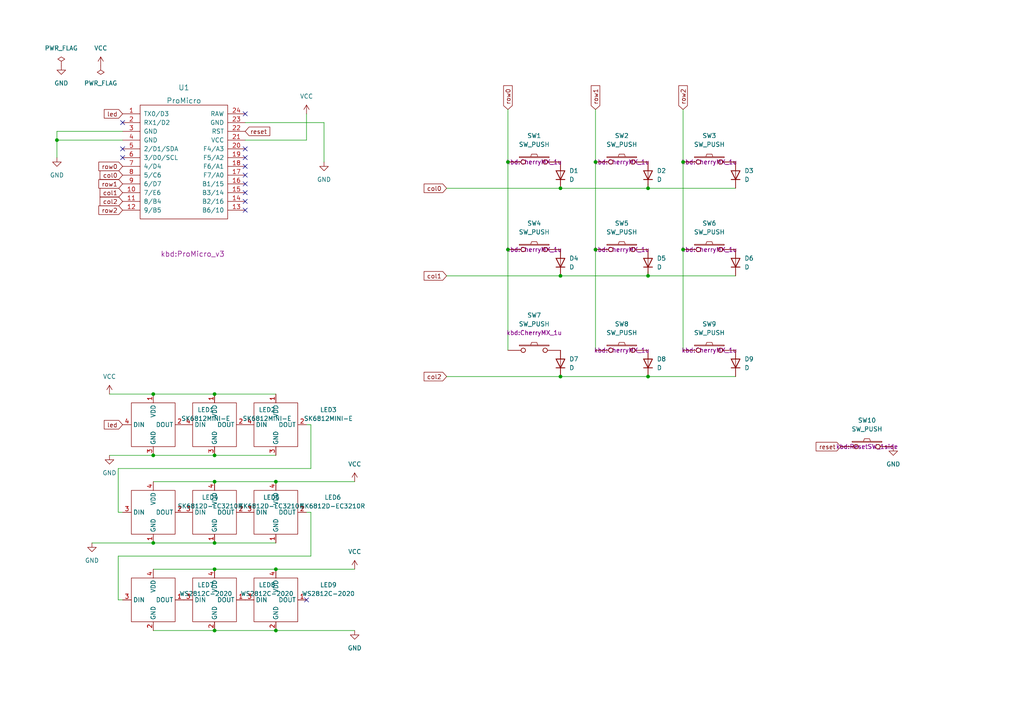
<source format=kicad_sch>
(kicad_sch (version 20211123) (generator eeschema)
  (paper "A4")
  (lib_symbols
    (symbol "Device:D" (pin_numbers hide) (pin_names (offset 1.016) hide)
      (property "Reference" "D" (at 0 2.54 0))
      (property "Value" "D" (at 0 -2.54 0))
      (symbol "D_0_1"
        (polyline (pts (xy -1.27 1.27) (xy -1.27 -1.27)) (stroke (width 0.254)))
        (polyline (pts (xy 1.27 0) (xy -1.27 0)))
        (polyline (pts (xy 1.27 1.27) (xy 1.27 -1.27) (xy -1.27 0) (xy 1.27 1.27)) (stroke (width 0.254)))
      )
      (symbol "D_1_1"
        (pin passive line (at -3.81 0 0) (length 2.54) (name "K") (number "1"))
        (pin passive line (at 3.81 0 180) (length 2.54) (name "A") (number "2"))
      )
    )
    (symbol "kbd:ProMicro" (pin_names (offset 1.016))
      (property "Reference" "U" (at 0 19.05 0))
      (property "Value" "ProMicro" (at 0 -19.05 0))
      (symbol "ProMicro_0_1"
        (rectangle (start -12.7 16.51) (end 12.7 -16.51))
      )
      (symbol "ProMicro_1_1"
        (pin bidirectional line (at -17.78 13.97 0) (length 5.08) (name "TX0/D3") (number "1"))
        (pin bidirectional line (at -17.78 -8.89 0) (length 5.08) (name "7/E6") (number "10"))
        (pin bidirectional line (at -17.78 -11.43 0) (length 5.08) (name "8/B4") (number "11"))
        (pin bidirectional line (at -17.78 -13.97 0) (length 5.08) (name "9/B5") (number "12"))
        (pin bidirectional line (at 17.78 -13.97 180) (length 5.08) (name "B6/10") (number "13"))
        (pin bidirectional line (at 17.78 -11.43 180) (length 5.08) (name "B2/16") (number "14"))
        (pin bidirectional line (at 17.78 -8.89 180) (length 5.08) (name "B3/14") (number "15"))
        (pin bidirectional line (at 17.78 -6.35 180) (length 5.08) (name "B1/15") (number "16"))
        (pin bidirectional line (at 17.78 -3.81 180) (length 5.08) (name "F7/A0") (number "17"))
        (pin bidirectional line (at 17.78 -1.27 180) (length 5.08) (name "F6/A1") (number "18"))
        (pin bidirectional line (at 17.78 1.27 180) (length 5.08) (name "F5/A2") (number "19"))
        (pin bidirectional line (at -17.78 11.43 0) (length 5.08) (name "RX1/D2") (number "2"))
        (pin bidirectional line (at 17.78 3.81 180) (length 5.08) (name "F4/A3") (number "20"))
        (pin power_in line (at 17.78 6.35 180) (length 5.08) (name "VCC") (number "21"))
        (pin input line (at 17.78 8.89 180) (length 5.08) (name "RST") (number "22"))
        (pin power_in line (at 17.78 11.43 180) (length 5.08) (name "GND") (number "23"))
        (pin power_out line (at 17.78 13.97 180) (length 5.08) (name "RAW") (number "24"))
        (pin power_in line (at -17.78 8.89 0) (length 5.08) (name "GND") (number "3"))
        (pin power_in line (at -17.78 6.35 0) (length 5.08) (name "GND") (number "4"))
        (pin bidirectional line (at -17.78 3.81 0) (length 5.08) (name "2/D1/SDA") (number "5"))
        (pin bidirectional line (at -17.78 1.27 0) (length 5.08) (name "3/D0/SCL") (number "6"))
        (pin bidirectional line (at -17.78 -1.27 0) (length 5.08) (name "4/D4") (number "7"))
        (pin bidirectional line (at -17.78 -3.81 0) (length 5.08) (name "5/C6") (number "8"))
        (pin bidirectional line (at -17.78 -6.35 0) (length 5.08) (name "6/D7") (number "9"))
      )
    )
    (symbol "kbd:SW_PUSH" (pin_numbers hide) (pin_names (offset 1.016) hide)
      (property "Reference" "SW" (at 3.81 2.794 0))
      (property "Value" "SW_PUSH" (at 0 -2.032 0))
      (symbol "SW_PUSH_0_1"
        (rectangle (start -4.318 1.27) (end 4.318 1.524))
        (polyline (pts (xy -1.016 1.524) (xy -0.762 2.286) (xy 0.762 2.286) (xy 1.016 1.524)))
        (pin passive inverted (at -7.62 0 0) (length 5.08) (name "1") (number "1"))
        (pin passive inverted (at 7.62 0 180) (length 5.08) (name "2") (number "2"))
      )
    )
    (symbol "power:GND" (power) (pin_names (offset 0))
      (property "Value" "GND" (at 0 -3.81 0))
      (symbol "GND_0_1"
        (polyline (pts (xy 0 0) (xy 0 -1.27) (xy 1.27 -1.27) (xy 0 -2.54) (xy -1.27 -1.27) (xy 0 -1.27)))
      )
      (symbol "GND_1_1"
        (pin power_in line (at 0 0 270) (length 0) hide (name "GND") (number "1"))
      )
    )
    (symbol "power:PWR_FLAG" (power) (pin_numbers hide) (pin_names (offset 0) hide)
      (property "Value" "PWR_FLAG" (at 0 3.81 0))
      (symbol "PWR_FLAG_0_0"
        (pin power_out line (at 0 0 90) (length 0) (name "pwr") (number "1"))
      )
      (symbol "PWR_FLAG_0_1"
        (polyline (pts (xy 0 0) (xy 0 1.27) (xy -1.016 1.905) (xy 0 2.54) (xy 1.016 1.905) (xy 0 1.27)))
      )
    )
    (symbol "power:VCC" (power) (pin_names (offset 0))
      (property "Value" "VCC" (at 0 3.81 0))
      (symbol "VCC_0_1"
        (polyline (pts (xy -0.762 1.27) (xy 0 2.54)))
        (polyline (pts (xy 0 0) (xy 0 2.54)))
        (polyline (pts (xy 0 2.54) (xy 0.762 1.27)))
      )
      (symbol "VCC_1_1"
        (pin power_in line (at 0 0 90) (length 0) hide (name "VCC") (number "1"))
      )
    )
    (symbol "reverse-mount-led:SK6812D-EC3210R"
      (property "Reference" "LED" (at 5.08 -7.62 0))
      (property "Value" "SK6812D-EC3210R" (at 12.7 -10.16 0))
      (symbol "SK6812D-EC3210R_0_1"
        (rectangle (start -6.35 6.35) (end 6.35 -6.35))
      )
      (symbol "SK6812D-EC3210R_1_1"
        (pin power_in line (at 0 -8.89 90) (length 2.54) (name "GND") (number "1"))
        (pin output line (at 8.89 0 180) (length 2.54) (name "DOUT") (number "2"))
        (pin input line (at -8.89 0 0) (length 2.54) (name "DIN") (number "3"))
        (pin power_in line (at 0 8.89 270) (length 2.54) (name "VDD") (number "4"))
      )
    )
    (symbol "reverse-mount-led:SK6812MINI-E"
      (property "Reference" "LED" (at 5.08 -7.62 0))
      (property "Value" "SK6812MINI-E" (at 10.16 -10.16 0))
      (symbol "SK6812MINI-E_0_1"
        (rectangle (start -6.35 6.35) (end 6.35 -6.35))
      )
      (symbol "SK6812MINI-E_1_1"
        (pin power_in line (at 0 8.89 270) (length 2.54) (name "VDD") (number "1"))
        (pin output line (at 8.89 0 180) (length 2.54) (name "DOUT") (number "2"))
        (pin power_in line (at 0 -8.89 90) (length 2.54) (name "GND") (number "3"))
        (pin input line (at -8.89 0 0) (length 2.54) (name "DIN") (number "4"))
      )
    )
    (symbol "reverse-mount-led:WS2812C-2020"
      (property "Reference" "LED" (at 5.08 -7.62 0))
      (property "Value" "WS2812C-2020" (at 11.43 -10.16 0))
      (symbol "WS2812C-2020_0_1"
        (rectangle (start -6.35 6.35) (end 6.35 -6.35))
      )
      (symbol "WS2812C-2020_1_1"
        (pin output line (at 8.89 0 180) (length 2.54) (name "DOUT") (number "1"))
        (pin power_in line (at 0 -8.89 90) (length 2.54) (name "GND") (number "2"))
        (pin input line (at -8.89 0 0) (length 2.54) (name "DIN") (number "3"))
        (pin power_in line (at 0 8.89 270) (length 2.54) (name "VDD") (number "4"))
      )
    )
  )
  (junction (at 147.32 72.39))
  (junction (at 172.72 72.39))
  (junction (at 162.56 109.22))
  (junction (at 147.32 46.99))
  (junction (at 62.23 157.48))
  (junction (at 80.01 182.88))
  (junction (at 62.23 165.1))
  (junction (at 16.51 40.64))
  (junction (at 187.96 109.22))
  (junction (at 172.72 46.99))
  (junction (at 44.45 114.3))
  (junction (at 198.12 46.99))
  (junction (at 162.56 54.61))
  (junction (at 162.56 80.01))
  (junction (at 62.23 132.08))
  (junction (at 187.96 80.01))
  (junction (at 80.01 165.1))
  (junction (at 62.23 139.7))
  (junction (at 44.45 132.08))
  (junction (at 80.01 139.7))
  (junction (at 198.12 72.39))
  (junction (at 62.23 182.88))
  (junction (at 62.23 114.3))
  (junction (at 187.96 54.61))
  (junction (at 44.45 157.48))
  (no_connect (at 71.12 60.96))
  (no_connect (at 71.12 45.72))
  (no_connect (at 71.12 43.18))
  (no_connect (at 71.12 53.34))
  (no_connect (at 71.12 50.8))
  (no_connect (at 71.12 48.26))
  (no_connect (at 88.9 173.99))
  (no_connect (at 35.56 35.56))
  (no_connect (at 35.56 43.18))
  (no_connect (at 35.56 45.72))
  (no_connect (at 71.12 33.02))
  (no_connect (at 71.12 58.42))
  (no_connect (at 71.12 55.88))
  (wire (pts (xy 16.51 40.64) (xy 16.51 45.72)))
  (wire (pts (xy 16.51 40.64) (xy 35.56 40.64)))
  (wire (pts (xy 88.9 33.02) (xy 88.9 40.64)))
  (wire (pts (xy 44.45 132.08) (xy 62.23 132.08)))
  (wire (pts (xy 26.67 157.48) (xy 44.45 157.48)))
  (wire (pts (xy 187.96 54.61) (xy 213.36 54.61)))
  (wire (pts (xy 88.9 40.64) (xy 71.12 40.64)))
  (wire (pts (xy 129.54 80.01) (xy 162.56 80.01)))
  (wire (pts (xy 198.12 31.75) (xy 198.12 46.99)))
  (wire (pts (xy 80.01 165.1) (xy 102.87 165.1)))
  (wire (pts (xy 88.9 123.19) (xy 90.17 123.19)))
  (wire (pts (xy 34.29 173.99) (xy 35.56 173.99)))
  (wire (pts (xy 44.45 165.1) (xy 62.23 165.1)))
  (wire (pts (xy 88.9 148.59) (xy 90.17 148.59)))
  (wire (pts (xy 44.45 139.7) (xy 62.23 139.7)))
  (wire (pts (xy 90.17 123.19) (xy 90.17 135.89)))
  (wire (pts (xy 147.32 72.39) (xy 147.32 101.6)))
  (wire (pts (xy 62.23 182.88) (xy 80.01 182.88)))
  (wire (pts (xy 62.23 114.3) (xy 80.01 114.3)))
  (wire (pts (xy 147.32 46.99) (xy 147.32 72.39)))
  (wire (pts (xy 34.29 161.29) (xy 34.29 173.99)))
  (wire (pts (xy 93.98 35.56) (xy 93.98 46.99)))
  (wire (pts (xy 129.54 54.61) (xy 162.56 54.61)))
  (wire (pts (xy 172.72 72.39) (xy 172.72 101.6)))
  (wire (pts (xy 90.17 148.59) (xy 90.17 161.29)))
  (wire (pts (xy 80.01 139.7) (xy 102.87 139.7)))
  (wire (pts (xy 90.17 161.29) (xy 34.29 161.29)))
  (wire (pts (xy 35.56 38.1) (xy 16.51 38.1)))
  (wire (pts (xy 44.45 157.48) (xy 62.23 157.48)))
  (wire (pts (xy 187.96 80.01) (xy 187.96 78.74)))
  (wire (pts (xy 187.96 54.61) (xy 187.96 53.34)))
  (wire (pts (xy 80.01 182.88) (xy 102.87 182.88)))
  (wire (pts (xy 62.23 132.08) (xy 80.01 132.08)))
  (wire (pts (xy 198.12 72.39) (xy 198.12 101.6)))
  (wire (pts (xy 34.29 135.89) (xy 34.29 148.59)))
  (wire (pts (xy 44.45 114.3) (xy 62.23 114.3)))
  (wire (pts (xy 198.12 46.99) (xy 198.12 72.39)))
  (wire (pts (xy 129.54 109.22) (xy 162.56 109.22)))
  (wire (pts (xy 16.51 38.1) (xy 16.51 40.64)))
  (wire (pts (xy 187.96 80.01) (xy 213.36 80.01)))
  (wire (pts (xy 147.32 31.75) (xy 147.32 46.99)))
  (wire (pts (xy 62.23 165.1) (xy 80.01 165.1)))
  (wire (pts (xy 172.72 46.99) (xy 172.72 72.39)))
  (wire (pts (xy 162.56 54.61) (xy 187.96 54.61)))
  (wire (pts (xy 162.56 109.22) (xy 187.96 109.22)))
  (wire (pts (xy 187.96 109.22) (xy 213.36 109.22)))
  (wire (pts (xy 44.45 182.88) (xy 62.23 182.88)))
  (wire (pts (xy 172.72 31.75) (xy 172.72 46.99)))
  (wire (pts (xy 31.75 114.3) (xy 44.45 114.3)))
  (wire (pts (xy 62.23 139.7) (xy 80.01 139.7)))
  (wire (pts (xy 34.29 148.59) (xy 35.56 148.59)))
  (wire (pts (xy 62.23 157.48) (xy 80.01 157.48)))
  (wire (pts (xy 34.29 135.89) (xy 90.17 135.89)))
  (wire (pts (xy 71.12 35.56) (xy 93.98 35.56)))
  (wire (pts (xy 162.56 80.01) (xy 187.96 80.01)))
  (wire (pts (xy 31.75 132.08) (xy 44.45 132.08)))
  (global_label "col0" (shape input) (at 35.56 50.8 180) (property "Intersheet References" "${INTERSHEET_REFS}" (effects hide)))
  (global_label "row1" (shape input) (at 172.72 31.75 90) (property "Intersheet References" "${INTERSHEET_REFS}" (effects hide)))
  (global_label "col0" (shape input) (at 129.54 54.61 180) (property "Intersheet References" "${INTERSHEET_REFS}" (effects hide)))
  (global_label "row1" (shape input) (at 35.56 53.34 180) (property "Intersheet References" "${INTERSHEET_REFS}" (effects hide)))
  (global_label "col1" (shape input) (at 129.54 80.01 180) (property "Intersheet References" "${INTERSHEET_REFS}" (effects hide)))
  (global_label "row2" (shape input) (at 198.12 31.75 90) (property "Intersheet References" "${INTERSHEET_REFS}" (effects hide)))
  (global_label "col2" (shape input) (at 35.56 58.42 180) (property "Intersheet References" "${INTERSHEET_REFS}" (effects hide)))
  (global_label "row0" (shape input) (at 147.32 31.75 90) (property "Intersheet References" "${INTERSHEET_REFS}" (effects hide)))
  (global_label "row0" (shape input) (at 35.56 48.26 180) (property "Intersheet References" "${INTERSHEET_REFS}" (effects hide)))
  (global_label "row2" (shape input) (at 35.56 60.96 180) (property "Intersheet References" "${INTERSHEET_REFS}" (effects hide)))
  (global_label "col1" (shape input) (at 35.56 55.88 180) (property "Intersheet References" "${INTERSHEET_REFS}" (effects hide)))
  (global_label "col2" (shape input) (at 129.54 109.22 180) (property "Intersheet References" "${INTERSHEET_REFS}" (effects hide)))
  (global_label "led" (shape input) (at 35.56 33.02 180) (property "Intersheet References" "${INTERSHEET_REFS}" (effects hide)))
  (global_label "led" (shape input) (at 35.56 123.19 180) (property "Intersheet References" "${INTERSHEET_REFS}" (effects hide)))
  (global_label "reset" (shape input) (at 243.84 129.54 180) (property "Intersheet References" "${INTERSHEET_REFS}" (effects hide)))
  (global_label "reset" (shape input) (at 71.12 38.1 0) (property "Intersheet References" "${INTERSHEET_REFS}" (effects hide)))
  (symbol (lib_id "power:VCC") (at 31.75 114.3 0) (unit 1)
    (property "Reference" "#PWR06" (effects hide))
    (property "Value" "VCC" (at 31.75 109.22 0))
  )
  (symbol (lib_id "reverse-mount-led:SK6812D-EC3210R") (at 80.01 148.59 0) (unit 1)
    (property "Reference" "LED6" (at 96.52 144.2593 0))
    (property "Value" "SK6812D-EC3210R" (at 96.52 146.7993 0))
    (property "Footprint" "reverse-mount-led:SK6812D-EC3210R" (effects hide))
  )
  (symbol (lib_id "kbd:SW_PUSH") (at 205.74 101.6 0) (unit 1)
    (property "Reference" "SW9" (at 205.74 93.98 0))
    (property "Value" "SW_PUSH" (at 205.74 96.52 0))
    (property "Footprint" "kbd:CherryMX_1u" (at 205.74 101.6 0))
  )
  (symbol (lib_id "kbd:SW_PUSH") (at 251.46 129.54 0) (unit 1)
    (property "Reference" "SW10" (at 251.46 121.92 0))
    (property "Value" "SW_PUSH" (at 251.46 124.46 0))
    (property "Footprint" "kbd:ResetSW_1side" (at 251.46 129.54 0))
    (property "LCSC" " 	C455263" (effects hide))
  )
  (symbol (lib_id "Device:D") (at 187.96 76.2 90) (unit 1)
    (property "Reference" "D5" (at 190.5 74.9299 90) (effects (justify right)))
    (property "Value" "D" (at 190.5 77.4699 90) (effects (justify right)))
    (property "Footprint" "kbd:D3_SMD_v2" (effects hide))
    (property "LCSC" "C81598" (effects hide))
  )
  (symbol (lib_id "Device:D") (at 187.96 105.41 90) (unit 1)
    (property "Reference" "D8" (at 190.5 104.1399 90) (effects (justify right)))
    (property "Value" "D" (at 190.5 106.6799 90) (effects (justify right)))
    (property "Footprint" "kbd:D3_SMD_v2" (effects hide))
    (property "LCSC" "C81598" (effects hide))
  )
  (symbol (lib_id "kbd:SW_PUSH") (at 205.74 46.99 0) (unit 1)
    (property "Reference" "SW3" (at 205.74 39.37 0))
    (property "Value" "SW_PUSH" (at 205.74 41.91 0))
    (property "Footprint" "kbd:CherryMX_1u" (at 205.74 46.99 0))
  )
  (symbol (lib_id "reverse-mount-led:SK6812MINI-E") (at 44.45 123.19 0) (unit 1)
    (property "Reference" "LED1" (at 59.69 118.8593 0))
    (property "Value" "SK6812MINI-E" (at 59.69 121.3993 0))
    (property "Footprint" "reverse-mount-led:SK6812MINI-E" (effects hide))
  )
  (symbol (lib_id "power:GND") (at 102.87 182.88 0) (unit 1)
    (property "Reference" "#PWR012" (effects hide))
    (property "Value" "GND" (at 102.87 187.96 0))
  )
  (symbol (lib_id "reverse-mount-led:WS2812C-2020") (at 80.01 173.99 0) (unit 1)
    (property "Reference" "LED9" (at 95.25 169.6593 0))
    (property "Value" "WS2812C-2020" (at 95.25 172.1993 0))
    (property "Footprint" "reverse-mount-led:WS2812C-2020" (effects hide))
  )
  (symbol (lib_id "power:VCC") (at 102.87 139.7 0) (unit 1)
    (property "Reference" "#PWR09" (effects hide))
    (property "Value" "VCC" (at 102.87 134.62 0))
  )
  (symbol (lib_id "kbd:ProMicro") (at 53.34 46.99 0) (unit 1)
    (property "Reference" "U1" (at 53.34 25.4 0) (effects (font (size 1.524 1.524))))
    (property "Value" "ProMicro" (at 53.34 29.21 0) (effects (font (size 1.524 1.524))))
    (property "Footprint" "kbd:ProMicro_v3" (at 55.88 73.66 0) (effects (font (size 1.524 1.524))))
  )
  (symbol (lib_id "kbd:SW_PUSH") (at 154.94 72.39 0) (unit 1)
    (property "Reference" "SW4" (at 154.94 64.77 0))
    (property "Value" "SW_PUSH" (at 154.94 67.31 0))
    (property "Footprint" "kbd:CherryMX_1u" (at 154.94 72.39 0))
  )
  (symbol (lib_id "kbd:SW_PUSH") (at 180.34 101.6 0) (unit 1)
    (property "Reference" "SW8" (at 180.34 93.98 0))
    (property "Value" "SW_PUSH" (at 180.34 96.52 0))
    (property "Footprint" "kbd:CherryMX_1u" (at 180.34 101.6 0))
  )
  (symbol (lib_id "power:GND") (at 26.67 157.48 0) (unit 1)
    (property "Reference" "#PWR010" (effects hide))
    (property "Value" "GND" (at 26.67 162.56 0))
  )
  (symbol (lib_id "reverse-mount-led:WS2812C-2020") (at 62.23 173.99 0) (unit 1)
    (property "Reference" "LED8" (at 77.47 169.6593 0))
    (property "Value" "WS2812C-2020" (at 77.47 172.1993 0))
    (property "Footprint" "reverse-mount-led:WS2812C-2020" (effects hide))
  )
  (symbol (lib_id "power:GND") (at 31.75 132.08 0) (unit 1)
    (property "Reference" "#PWR08" (effects hide))
    (property "Value" "GND" (at 31.75 137.16 0))
  )
  (symbol (lib_id "power:VCC") (at 102.87 165.1 0) (unit 1)
    (property "Reference" "#PWR011" (effects hide))
    (property "Value" "VCC" (at 102.87 160.02 0))
  )
  (symbol (lib_id "Device:D") (at 162.56 50.8 90) (unit 1)
    (property "Reference" "D1" (at 165.1 49.5299 90) (effects (justify right)))
    (property "Value" "D" (at 165.1 52.0699 90) (effects (justify right)))
    (property "Footprint" "kbd:D3_SMD_v2" (effects hide))
    (property "LCSC" "C81598" (effects hide))
  )
  (symbol (lib_id "Device:D") (at 187.96 50.8 90) (unit 1)
    (property "Reference" "D2" (at 190.5 49.5299 90) (effects (justify right)))
    (property "Value" "D" (at 190.5 52.0699 90) (effects (justify right)))
    (property "Footprint" "kbd:D3_SMD_v2" (effects hide))
    (property "LCSC" "C81598" (effects hide))
  )
  (symbol (lib_id "power:VCC") (at 88.9 33.02 0) (unit 1)
    (property "Reference" "#PWR03" (effects hide))
    (property "Value" "VCC" (at 88.9 27.94 0))
  )
  (symbol (lib_id "Device:D") (at 213.36 76.2 90) (unit 1)
    (property "Reference" "D6" (at 215.9 74.9299 90) (effects (justify right)))
    (property "Value" "D" (at 215.9 77.4699 90) (effects (justify right)))
    (property "Footprint" "kbd:D3_SMD_v2" (effects hide))
    (property "LCSC" "C81598" (effects hide))
  )
  (symbol (lib_id "kbd:SW_PUSH") (at 180.34 46.99 0) (unit 1)
    (property "Reference" "SW2" (at 180.34 39.37 0))
    (property "Value" "SW_PUSH" (at 180.34 41.91 0))
    (property "Footprint" "kbd:CherryMX_1u" (at 180.34 46.99 0))
  )
  (symbol (lib_id "power:VCC") (at 29.21 19.05 0) (unit 1)
    (property "Reference" "#PWR02" (effects hide))
    (property "Value" "VCC" (at 29.21 13.97 0))
  )
  (symbol (lib_id "kbd:SW_PUSH") (at 180.34 72.39 0) (unit 1)
    (property "Reference" "SW5" (at 180.34 64.77 0))
    (property "Value" "SW_PUSH" (at 180.34 67.31 0))
    (property "Footprint" "kbd:CherryMX_1u" (at 180.34 72.39 0))
  )
  (symbol (lib_id "Device:D") (at 162.56 76.2 90) (unit 1)
    (property "Reference" "D4" (at 165.1 74.9299 90) (effects (justify right)))
    (property "Value" "D" (at 165.1 77.4699 90) (effects (justify right)))
    (property "Footprint" "kbd:D3_SMD_v2" (effects hide))
    (property "LCSC" "C81598" (effects hide))
  )
  (symbol (lib_id "power:PWR_FLAG") (at 17.78 19.05 0) (unit 1)
    (property "Reference" "#FLG01" (effects hide))
    (property "Value" "PWR_FLAG" (at 17.78 13.97 0))
  )
  (symbol (lib_id "kbd:SW_PUSH") (at 205.74 72.39 0) (unit 1)
    (property "Reference" "SW6" (at 205.74 64.77 0))
    (property "Value" "SW_PUSH" (at 205.74 67.31 0))
    (property "Footprint" "kbd:CherryMX_1u" (at 205.74 72.39 0))
  )
  (symbol (lib_id "reverse-mount-led:WS2812C-2020") (at 44.45 173.99 0) (unit 1)
    (property "Reference" "LED7" (at 59.69 169.6593 0))
    (property "Value" "WS2812C-2020" (at 59.69 172.1993 0))
    (property "Footprint" "reverse-mount-led:WS2812C-2020" (effects hide))
  )
  (symbol (lib_id "reverse-mount-led:SK6812MINI-E") (at 62.23 123.19 0) (unit 1)
    (property "Reference" "LED2" (at 77.47 118.8593 0))
    (property "Value" "SK6812MINI-E" (at 77.47 121.3993 0))
    (property "Footprint" "reverse-mount-led:SK6812MINI-E" (effects hide))
  )
  (symbol (lib_id "Device:D") (at 213.36 50.8 90) (unit 1)
    (property "Reference" "D3" (at 215.9 49.5299 90) (effects (justify right)))
    (property "Value" "D" (at 215.9 52.0699 90) (effects (justify right)))
    (property "Footprint" "kbd:D3_SMD_v2" (effects hide))
    (property "LCSC" "C81598" (effects hide))
  )
  (symbol (lib_id "power:GND") (at 17.78 19.05 0) (unit 1)
    (property "Reference" "#PWR01" (effects hide))
    (property "Value" "GND" (at 17.78 24.13 0))
  )
  (symbol (lib_id "reverse-mount-led:SK6812D-EC3210R") (at 62.23 148.59 0) (unit 1)
    (property "Reference" "LED5" (at 78.74 144.2593 0))
    (property "Value" "SK6812D-EC3210R" (at 78.74 146.7993 0))
    (property "Footprint" "reverse-mount-led:SK6812D-EC3210R" (effects hide))
  )
  (symbol (lib_id "reverse-mount-led:SK6812MINI-E") (at 80.01 123.19 0) (unit 1)
    (property "Reference" "LED3" (at 95.25 118.8593 0))
    (property "Value" "SK6812MINI-E" (at 95.25 121.3993 0))
    (property "Footprint" "reverse-mount-led:SK6812MINI-E" (effects hide))
  )
  (symbol (lib_id "Device:D") (at 162.56 105.41 90) (unit 1)
    (property "Reference" "D7" (at 165.1 104.1399 90) (effects (justify right)))
    (property "Value" "D" (at 165.1 106.6799 90) (effects (justify right)))
    (property "Footprint" "kbd:D3_SMD_v2" (effects hide))
    (property "LCSC" "C81598" (effects hide))
  )
  (symbol (lib_id "power:GND") (at 16.51 45.72 0) (unit 1)
    (property "Reference" "#PWR04" (effects hide))
    (property "Value" "GND" (at 16.51 50.8 0))
  )
  (symbol (lib_id "power:GND") (at 259.08 129.54 0) (unit 1)
    (property "Reference" "#PWR07" (effects hide))
    (property "Value" "GND" (at 259.08 134.62 0))
  )
  (symbol (lib_id "power:PWR_FLAG") (at 29.21 19.05 180) (unit 1)
    (property "Reference" "#FLG02" (effects hide))
    (property "Value" "PWR_FLAG" (at 29.21 24.13 0))
  )
  (symbol (lib_id "kbd:SW_PUSH") (at 154.94 101.6 0) (unit 1)
    (property "Reference" "SW7" (at 154.94 91.44 0))
    (property "Value" "SW_PUSH" (at 154.94 93.98 0))
    (property "Footprint" "kbd:CherryMX_1u" (at 154.94 96.52 0))
  )
  (symbol (lib_id "kbd:SW_PUSH") (at 154.94 46.99 0) (unit 1)
    (property "Reference" "SW1" (at 154.94 39.37 0))
    (property "Value" "SW_PUSH" (at 154.94 41.91 0))
    (property "Footprint" "kbd:CherryMX_1u" (at 154.94 46.99 0))
  )
  (symbol (lib_id "power:GND") (at 93.98 46.99 0) (unit 1)
    (property "Reference" "#PWR05" (effects hide))
    (property "Value" "GND" (at 93.98 52.07 0))
  )
  (symbol (lib_id "reverse-mount-led:SK6812D-EC3210R") (at 44.45 148.59 0) (unit 1)
    (property "Reference" "LED4" (at 60.96 144.2593 0))
    (property "Value" "SK6812D-EC3210R" (at 60.96 146.7993 0))
    (property "Footprint" "reverse-mount-led:SK6812D-EC3210R" (effects hide))
  )
  (symbol (lib_id "Device:D") (at 213.36 105.41 90) (unit 1)
    (property "Reference" "D9" (at 215.9 104.1399 90) (effects (justify right)))
    (property "Value" "D" (at 215.9 106.6799 90) (effects (justify right)))
    (property "Footprint" "kbd:D3_SMD_v2" (effects hide))
    (property "LCSC" "C81598" (effects hide))
  )
)
</source>
